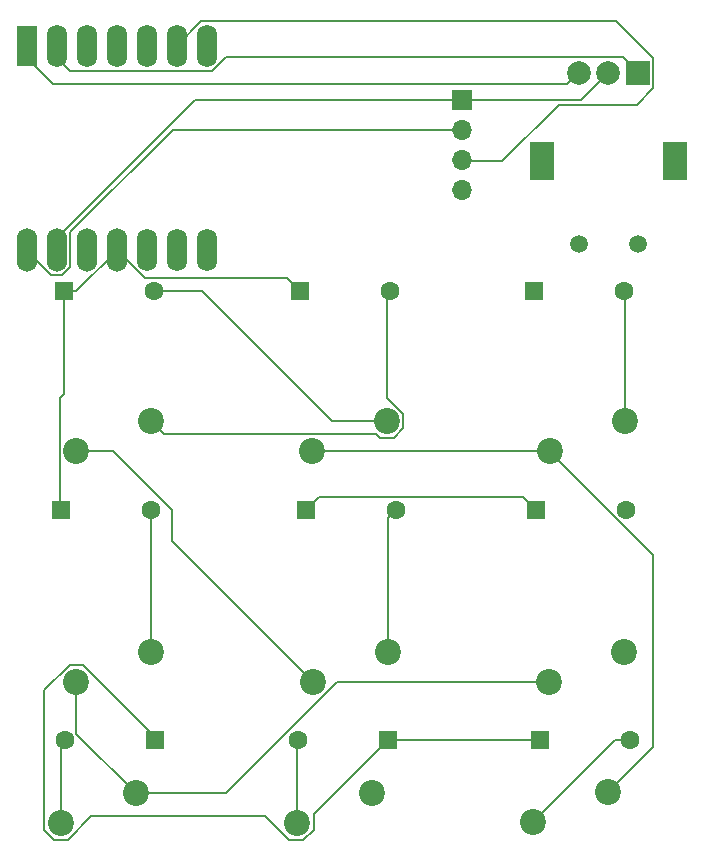
<source format=gbr>
%TF.GenerationSoftware,KiCad,Pcbnew,9.0.7*%
%TF.CreationDate,2026-02-17T23:39:54+08:00*%
%TF.ProjectId,MacroPad,4d616372-6f50-4616-942e-6b696361645f,rev?*%
%TF.SameCoordinates,Original*%
%TF.FileFunction,Copper,L1,Top*%
%TF.FilePolarity,Positive*%
%FSLAX46Y46*%
G04 Gerber Fmt 4.6, Leading zero omitted, Abs format (unit mm)*
G04 Created by KiCad (PCBNEW 9.0.7) date 2026-02-17 23:39:54*
%MOMM*%
%LPD*%
G01*
G04 APERTURE LIST*
G04 Aperture macros list*
%AMRoundRect*
0 Rectangle with rounded corners*
0 $1 Rounding radius*
0 $2 $3 $4 $5 $6 $7 $8 $9 X,Y pos of 4 corners*
0 Add a 4 corners polygon primitive as box body*
4,1,4,$2,$3,$4,$5,$6,$7,$8,$9,$2,$3,0*
0 Add four circle primitives for the rounded corners*
1,1,$1+$1,$2,$3*
1,1,$1+$1,$4,$5*
1,1,$1+$1,$6,$7*
1,1,$1+$1,$8,$9*
0 Add four rect primitives between the rounded corners*
20,1,$1+$1,$2,$3,$4,$5,0*
20,1,$1+$1,$4,$5,$6,$7,0*
20,1,$1+$1,$6,$7,$8,$9,0*
20,1,$1+$1,$8,$9,$2,$3,0*%
G04 Aperture macros list end*
%TA.AperFunction,ComponentPad*%
%ADD10C,2.200000*%
%TD*%
%TA.AperFunction,ComponentPad*%
%ADD11C,1.500000*%
%TD*%
%TA.AperFunction,ComponentPad*%
%ADD12R,2.000000X2.000000*%
%TD*%
%TA.AperFunction,ComponentPad*%
%ADD13C,2.000000*%
%TD*%
%TA.AperFunction,ComponentPad*%
%ADD14R,2.000000X3.200000*%
%TD*%
%TA.AperFunction,ComponentPad*%
%ADD15R,1.700000X1.700000*%
%TD*%
%TA.AperFunction,ComponentPad*%
%ADD16O,1.700000X1.700000*%
%TD*%
%TA.AperFunction,ComponentPad*%
%ADD17RoundRect,0.250000X-0.550000X-0.550000X0.550000X-0.550000X0.550000X0.550000X-0.550000X0.550000X0*%
%TD*%
%TA.AperFunction,ComponentPad*%
%ADD18C,1.600000*%
%TD*%
%TA.AperFunction,ComponentPad*%
%ADD19RoundRect,0.250000X0.550000X0.550000X-0.550000X0.550000X-0.550000X-0.550000X0.550000X-0.550000X0*%
%TD*%
%TA.AperFunction,ComponentPad*%
%ADD20R,1.700000X3.500000*%
%TD*%
%TA.AperFunction,ComponentPad*%
%ADD21O,1.700000X3.600000*%
%TD*%
%TA.AperFunction,ComponentPad*%
%ADD22O,1.700000X3.700000*%
%TD*%
%TA.AperFunction,Conductor*%
%ADD23C,0.200000*%
%TD*%
G04 APERTURE END LIST*
D10*
%TO.P,SW6,1,1*%
%TO.N,Net-(U1-PB08_A6_D6_TX)*%
X111880000Y-80580000D03*
%TO.P,SW6,2,2*%
%TO.N,Net-(D6-A)*%
X118230000Y-78040000D03*
%TD*%
D11*
%TO.P,SW9,*%
%TO.N,*%
X139500000Y-63000000D03*
X134500000Y-63000000D03*
D12*
%TO.P,SW9,A,A*%
%TO.N,Net-(U1-PA4_A1_D1)*%
X139500000Y-48500000D03*
D13*
%TO.P,SW9,B,B*%
%TO.N,Net-(U1-PA02_A0_D0)*%
X134500000Y-48500000D03*
%TO.P,SW9,C,C*%
%TO.N,GND*%
X137000000Y-48500000D03*
D14*
%TO.P,SW9,MP*%
%TO.N,N/C*%
X142600000Y-56000000D03*
X131400000Y-56000000D03*
%TD*%
D10*
%TO.P,SW3,1,1*%
%TO.N,Net-(U1-PB09_A7_D7_RX)*%
X111960000Y-100080000D03*
%TO.P,SW3,2,2*%
%TO.N,Net-(D3-A)*%
X118310000Y-97540000D03*
%TD*%
%TO.P,SW1,1,1*%
%TO.N,Net-(U1-PA11_A3_D3)*%
X131960000Y-100080000D03*
%TO.P,SW1,2,2*%
%TO.N,Net-(D1-A)*%
X138310000Y-97540000D03*
%TD*%
%TO.P,SW7,1,1*%
%TO.N,Net-(U1-PB09_A7_D7_RX)*%
X91960000Y-80580000D03*
%TO.P,SW7,2,2*%
%TO.N,Net-(D7-A)*%
X98310000Y-78040000D03*
%TD*%
%TO.P,SW2,1,1*%
%TO.N,Net-(U1-PB08_A6_D6_TX)*%
X132040000Y-80580000D03*
%TO.P,SW2,2,2*%
%TO.N,Net-(D2-A)*%
X138390000Y-78040000D03*
%TD*%
%TO.P,SW10,1,1*%
%TO.N,Net-(U1-PA11_A3_D3)*%
X97000000Y-109500000D03*
%TO.P,SW10,2,2*%
%TO.N,Net-(D9-A)*%
X90650000Y-112040000D03*
%TD*%
%TO.P,SW8,1,1*%
%TO.N,Net-(U1-PB09_A7_D7_RX)*%
X117000000Y-109500000D03*
%TO.P,SW8,2,2*%
%TO.N,Net-(D8-A)*%
X110650000Y-112040000D03*
%TD*%
%TO.P,SW4,1,1*%
%TO.N,Net-(U1-PB08_A6_D6_TX)*%
X136960000Y-109420000D03*
%TO.P,SW4,2,2*%
%TO.N,Net-(D4-A)*%
X130610000Y-111960000D03*
%TD*%
D15*
%TO.P,Brd1,1,GND*%
%TO.N,GND*%
X124615000Y-50805000D03*
D16*
%TO.P,Brd1,2,VCC*%
%TO.N,VCC*%
X124615000Y-53345000D03*
%TO.P,Brd1,3,SCL*%
%TO.N,Net-(Brd1-SCL)*%
X124615000Y-55885000D03*
%TO.P,Brd1,4,SDA*%
%TO.N,Net-(Brd1-SDA)*%
X124615000Y-58425000D03*
%TD*%
D10*
%TO.P,SW5,1,1*%
%TO.N,Net-(U1-PA11_A3_D3)*%
X91960000Y-100080000D03*
%TO.P,SW5,2,2*%
%TO.N,Net-(D5-A)*%
X98310000Y-97540000D03*
%TD*%
D17*
%TO.P,D7,1,K*%
%TO.N,Net-(D5-K)*%
X110880000Y-67000000D03*
D18*
%TO.P,D7,2,A*%
%TO.N,Net-(D7-A)*%
X118500000Y-67000000D03*
%TD*%
D17*
%TO.P,D3,1,K*%
%TO.N,Net-(D1-K)*%
X111380000Y-85500000D03*
D18*
%TO.P,D3,2,A*%
%TO.N,Net-(D3-A)*%
X119000000Y-85500000D03*
%TD*%
D19*
%TO.P,D8,1,K*%
%TO.N,Net-(D4-K)*%
X118310000Y-105000000D03*
D18*
%TO.P,D8,2,A*%
%TO.N,Net-(D8-A)*%
X110690000Y-105000000D03*
%TD*%
D19*
%TO.P,D9,1,K*%
%TO.N,Net-(D4-K)*%
X98620000Y-105000000D03*
D18*
%TO.P,D9,2,A*%
%TO.N,Net-(D9-A)*%
X91000000Y-105000000D03*
%TD*%
D17*
%TO.P,D5,1,K*%
%TO.N,Net-(D5-K)*%
X90690000Y-85500000D03*
D18*
%TO.P,D5,2,A*%
%TO.N,Net-(D5-A)*%
X98310000Y-85500000D03*
%TD*%
D17*
%TO.P,D4,1,K*%
%TO.N,Net-(D4-K)*%
X131190000Y-105000000D03*
D18*
%TO.P,D4,2,A*%
%TO.N,Net-(D4-A)*%
X138810000Y-105000000D03*
%TD*%
D17*
%TO.P,D1,1,K*%
%TO.N,Net-(D1-K)*%
X130880000Y-85500000D03*
D18*
%TO.P,D1,2,A*%
%TO.N,Net-(D1-A)*%
X138500000Y-85500000D03*
%TD*%
D17*
%TO.P,D2,1,K*%
%TO.N,Net-(D1-K)*%
X130690000Y-67000000D03*
D18*
%TO.P,D2,2,A*%
%TO.N,Net-(D2-A)*%
X138310000Y-67000000D03*
%TD*%
D20*
%TO.P,U1,1,PA02_A0_D0*%
%TO.N,Net-(U1-PA02_A0_D0)*%
X87760000Y-46250000D03*
D21*
%TO.P,U1,2,PA4_A1_D1*%
%TO.N,Net-(U1-PA4_A1_D1)*%
X90300000Y-46250000D03*
%TO.P,U1,3,PA10_A2_D2*%
%TO.N,Net-(U1-PA10_A2_D2)*%
X92840000Y-46250000D03*
%TO.P,U1,4,PA11_A3_D3*%
%TO.N,Net-(U1-PA11_A3_D3)*%
X95380000Y-46250000D03*
%TO.P,U1,5,PA8_A4_D4_SDA*%
%TO.N,Net-(Brd1-SDA)*%
X97920000Y-46250000D03*
%TO.P,U1,6,PA9_A5_D5_SCL*%
%TO.N,Net-(Brd1-SCL)*%
X100460000Y-46250000D03*
%TO.P,U1,7,PB08_A6_D6_TX*%
%TO.N,Net-(U1-PB08_A6_D6_TX)*%
X103000000Y-46250000D03*
%TO.P,U1,8,PB09_A7_D7_RX*%
%TO.N,Net-(U1-PB09_A7_D7_RX)*%
X103000000Y-63500000D03*
%TO.P,U1,9,PA7_A8_D8_SCK*%
%TO.N,Net-(D4-K)*%
X100460000Y-63500000D03*
%TO.P,U1,10,PA5_A9_D9_MISO*%
%TO.N,Net-(D1-K)*%
X97920000Y-63500000D03*
D22*
%TO.P,U1,11,PA6_A10_D10_MOSI*%
%TO.N,Net-(D5-K)*%
X95380000Y-63500000D03*
%TO.P,U1,12,3V3*%
%TO.N,unconnected-(U1-3V3-Pad12)*%
X92840000Y-63500000D03*
%TO.P,U1,13,GND*%
%TO.N,GND*%
X90300000Y-63500000D03*
%TO.P,U1,14,5V*%
%TO.N,VCC*%
X87760000Y-63500000D03*
%TD*%
D17*
%TO.P,D6,1,K*%
%TO.N,Net-(D5-K)*%
X90880000Y-67000000D03*
D18*
%TO.P,D6,2,A*%
%TO.N,Net-(D6-A)*%
X98500000Y-67000000D03*
%TD*%
D23*
%TO.N,VCC*%
X91451000Y-64976760D02*
X90776760Y-65651000D01*
X91451000Y-62023240D02*
X91451000Y-64976760D01*
X100129240Y-53345000D02*
X91451000Y-62023240D01*
X89823240Y-65651000D02*
X87760000Y-63587760D01*
X87760000Y-63587760D02*
X87760000Y-62500000D01*
X90776760Y-65651000D02*
X89823240Y-65651000D01*
X124615000Y-53345000D02*
X100129240Y-53345000D01*
%TO.N,GND*%
X134695000Y-50805000D02*
X124615000Y-50805000D01*
X101995000Y-50805000D02*
X90300000Y-62500000D01*
X124615000Y-50805000D02*
X101995000Y-50805000D01*
X137000000Y-48500000D02*
X134695000Y-50805000D01*
%TO.N,Net-(Brd1-SCL)*%
X137649000Y-44149000D02*
X102523240Y-44149000D01*
X124730000Y-56000000D02*
X128000000Y-56000000D01*
X124615000Y-55885000D02*
X124730000Y-56000000D01*
X102523240Y-44149000D02*
X100460000Y-46212240D01*
X100460000Y-46212240D02*
X100460000Y-47250000D01*
X128000000Y-56000000D02*
X132794000Y-51206000D01*
X140801000Y-47301000D02*
X137649000Y-44149000D01*
X139396000Y-51206000D02*
X140801000Y-49801000D01*
X140801000Y-49801000D02*
X140801000Y-47301000D01*
X132794000Y-51206000D02*
X139396000Y-51206000D01*
%TO.N,Net-(D1-K)*%
X112481000Y-84399000D02*
X111380000Y-85500000D01*
X130880000Y-85500000D02*
X129779000Y-84399000D01*
X129779000Y-84399000D02*
X112481000Y-84399000D01*
%TO.N,Net-(D2-A)*%
X138390000Y-78040000D02*
X138390000Y-67080000D01*
X138390000Y-67080000D02*
X138310000Y-67000000D01*
%TO.N,Net-(D3-A)*%
X118310000Y-97540000D02*
X118310000Y-86190000D01*
X118310000Y-86190000D02*
X119000000Y-85500000D01*
%TO.N,Net-(D4-A)*%
X130610000Y-111960000D02*
X137570000Y-105000000D01*
X137570000Y-105000000D02*
X138810000Y-105000000D01*
%TO.N,Net-(D5-K)*%
X90690000Y-85500000D02*
X90559235Y-85369235D01*
X90880000Y-75738470D02*
X90880000Y-67000000D01*
X90559235Y-76059235D02*
X90880000Y-75738470D01*
X95380000Y-63537760D02*
X95380000Y-62500000D01*
X97741240Y-65899000D02*
X95380000Y-63537760D01*
X95380000Y-63587760D02*
X95380000Y-62500000D01*
X109779000Y-65899000D02*
X97741240Y-65899000D01*
X90559235Y-85369235D02*
X90559235Y-76059235D01*
X110880000Y-67000000D02*
X109779000Y-65899000D01*
X90880000Y-67000000D02*
X91967760Y-67000000D01*
X91967760Y-67000000D02*
X95380000Y-63587760D01*
%TO.N,Net-(D5-A)*%
X98310000Y-85500000D02*
X98310000Y-97540000D01*
%TO.N,Net-(D6-A)*%
X113635184Y-78040000D02*
X102595184Y-67000000D01*
X102595184Y-67000000D02*
X98500000Y-67000000D01*
X118230000Y-78040000D02*
X113635184Y-78040000D01*
%TO.N,Net-(D7-A)*%
X118299000Y-67201000D02*
X118500000Y-67000000D01*
X118810314Y-79441000D02*
X119631000Y-78620314D01*
X118299000Y-76054184D02*
X118299000Y-67201000D01*
X117649686Y-79441000D02*
X118810314Y-79441000D01*
X99409999Y-79139999D02*
X117348685Y-79139999D01*
X119631000Y-78620314D02*
X119631000Y-77386184D01*
X119631000Y-77386184D02*
X118299000Y-76054184D01*
X117348685Y-79139999D02*
X117649686Y-79441000D01*
X98310000Y-78040000D02*
X99409999Y-79139999D01*
%TO.N,Net-(D8-A)*%
X110650000Y-105040000D02*
X110690000Y-105000000D01*
X110650000Y-112040000D02*
X110650000Y-105040000D01*
%TO.N,Net-(U1-PA11_A3_D3)*%
X91960000Y-104460000D02*
X91960000Y-100080000D01*
X104632950Y-109500000D02*
X114052950Y-100080000D01*
X114052950Y-100080000D02*
X131960000Y-100080000D01*
X97000000Y-109500000D02*
X104632950Y-109500000D01*
X97000000Y-109500000D02*
X91960000Y-104460000D01*
%TO.N,Net-(U1-PB08_A6_D6_TX)*%
X140781000Y-89338050D02*
X132040000Y-80597050D01*
X132040000Y-80597050D02*
X132040000Y-80580000D01*
X132040000Y-80580000D02*
X111880000Y-80580000D01*
X136960000Y-109420000D02*
X140781000Y-105599000D01*
X140781000Y-105599000D02*
X140781000Y-89338050D01*
%TO.N,Net-(U1-PB09_A7_D7_RX)*%
X100077470Y-85577470D02*
X95080000Y-80580000D01*
X100077470Y-88197470D02*
X100077470Y-85577470D01*
X111960000Y-100080000D02*
X100077470Y-88197470D01*
X95080000Y-80580000D02*
X91960000Y-80580000D01*
%TO.N,Net-(U1-PA02_A0_D0)*%
X134500000Y-48500000D02*
X133500000Y-49500000D01*
X133500000Y-49500000D02*
X90010000Y-49500000D01*
X90010000Y-49500000D02*
X87760000Y-47250000D01*
%TO.N,Net-(U1-PA4_A1_D1)*%
X138199000Y-47199000D02*
X104628760Y-47199000D01*
X139500000Y-48500000D02*
X138199000Y-47199000D01*
X103476760Y-48351000D02*
X91401000Y-48351000D01*
X104628760Y-47199000D02*
X103476760Y-48351000D01*
X91401000Y-48351000D02*
X90300000Y-47250000D01*
%TO.N,Net-(D4-K)*%
X112051000Y-112620314D02*
X111171314Y-113500000D01*
X110000000Y-113500000D02*
X107959686Y-111459686D01*
X112051000Y-111259000D02*
X112051000Y-112620314D01*
X89249000Y-112620314D02*
X89249000Y-100809686D01*
X93211628Y-111459686D02*
X91230314Y-113441000D01*
X118310000Y-105000000D02*
X112051000Y-111259000D01*
X118310000Y-105000000D02*
X131190000Y-105000000D01*
X91379686Y-98679000D02*
X92540314Y-98679000D01*
X90069686Y-113441000D02*
X89249000Y-112620314D01*
X111171314Y-113500000D02*
X110000000Y-113500000D01*
X98620000Y-104758686D02*
X98620000Y-105000000D01*
X107959686Y-111459686D02*
X93211628Y-111459686D01*
X89249000Y-100809686D02*
X91379686Y-98679000D01*
X91230314Y-113441000D02*
X90069686Y-113441000D01*
X92540314Y-98679000D02*
X98620000Y-104758686D01*
%TO.N,Net-(D9-A)*%
X90650000Y-112040000D02*
X90650000Y-105350000D01*
X90650000Y-105350000D02*
X91000000Y-105000000D01*
%TD*%
M02*

</source>
